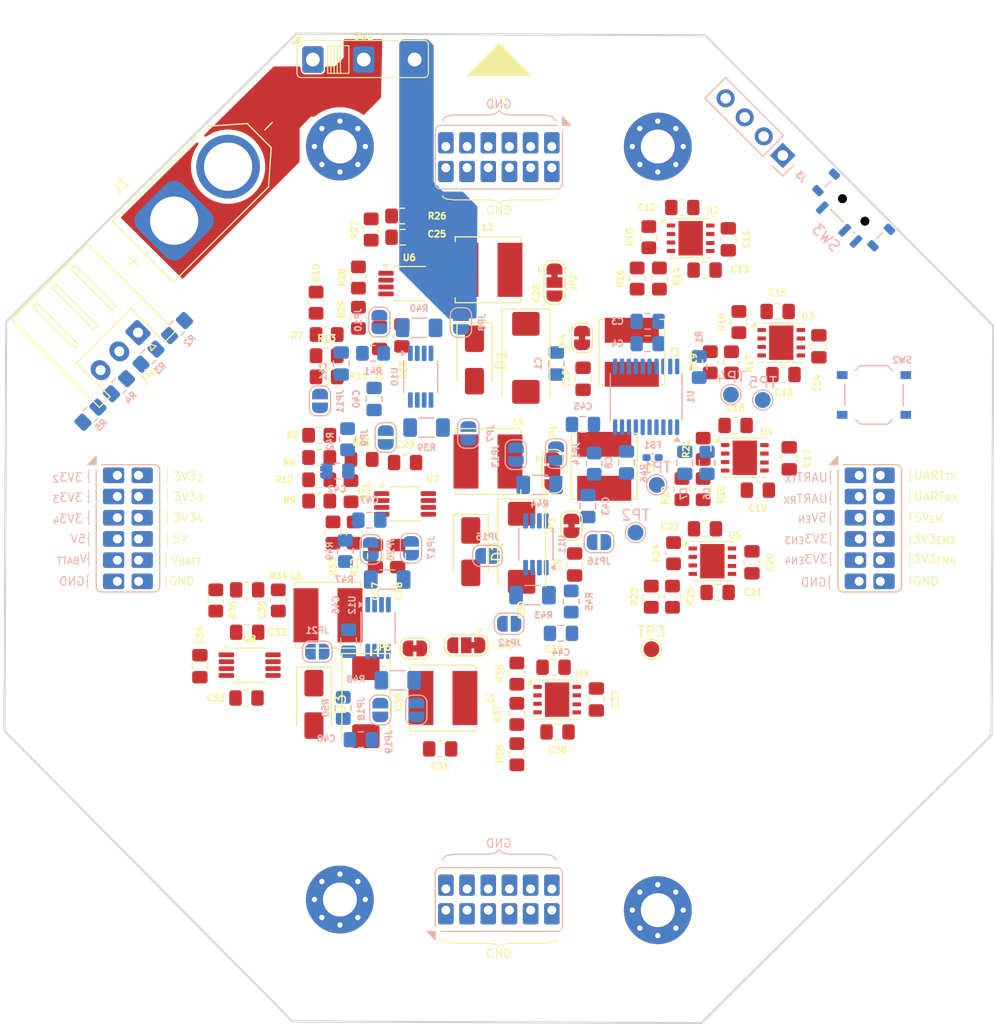
<source format=kicad_pcb>
(kicad_pcb (version 20241229) (generator "pcbnew") (generator_version "9.0")
  (layers (0 "F.Cu" signal) (2 "B.Cu" signal) (13 "F.Paste" user) (15 "B.Paste" user) (5 "F.SilkS" user "F.Silkscreen") (7 "B.SilkS" user "B.Silkscreen") (1 "F.Mask" user) (3 "B.Mask" user) (25 "Edge.Cuts" user))
  (net 0 "")
  (net 1 "NRST")
  (net 2 "GND")
  (net 3 "3V3_{1}")
  (net 4 "VDDA")
  (net 5 "/VoltageReg&Sense-CurrentSense/3V3Outs/LD39200_3V3_1/EN")
  (net 6 "3V3sense_{1}")
  (net 7 "/VoltageReg&Sense-CurrentSense/3V3Outs/3V3_{2}")
  (net 8 "/VoltageReg&Sense-CurrentSense/3V3Outs/LD39200_3V3_3/VIN")
  (net 9 "/VoltageReg&Sense-CurrentSense/3V3Outs/3V3_{3}")
  (net 10 "/VoltageReg&Sense-CurrentSense/3V3Outs/3V3_{4}")
  (net 11 "/VoltageReg&Sense-CurrentSense/3V3Outs/VIN")
  (net 12 "Net-(D1-K)")
  (net 13 "Net-(U6-BOOT)")
  (net 14 "/VoltageReg&Sense-CurrentSense/3V3Outs/TPS5430_BuckConv_3V3_1/VOUT")
  (net 15 "Net-(U7-BOOT)")
  (net 16 "Net-(D2-K)")
  (net 17 "/VoltageReg&Sense-CurrentSense/3V3Outs/TPS5430_BuckConv_3V3_2/VOUT")
  (net 18 "Net-(D3-K)")
  (net 19 "Net-(U8-BOOT)")
  (net 20 "/VoltageReg&Sense-CurrentSense/5VOut/5VBuckReg/V_{OUT}")
  (net 21 "/VoltageReg&Sense-CurrentSense/5VOut/5VLD39200/EN")
  (net 22 "/VoltageReg&Sense-CurrentSense/5VOut/5V_{OUT}")
  (net 23 "Net-(JP11-A)")
  (net 24 "ADC_{0}")
  (net 25 "ADC_{1}")
  (net 26 "Net-(JP16-A)")
  (net 27 "/VoltageReg&Sense-CurrentSense/CurrentMeasurement_2/V_{SENSE1}")
  (net 28 "/VoltageReg&Sense-CurrentSense/CurrentMeasurement_2/V_{SENSE2}")
  (net 29 "Net-(JP21-A)")
  (net 30 "/VoltageReg&Sense-CurrentSense/CurrentMeasurement_3/V_{SENSE1}")
  (net 31 "/VoltageReg&Sense-CurrentSense/CurrentMeasurement_3/V_{SENSE2}")
  (net 32 "+BATT")
  (net 33 "UART2_{Rx}")
  (net 34 "+7.4V")
  (net 35 "3V3EN_{3}")
  (net 36 "5V")
  (net 37 "UART2_{Tx}")
  (net 38 "3V3EN_{4}")
  (net 39 "3V3_{2}")
  (net 40 "3V3_{4}")
  (net 41 "3V3_{3}")
  (net 42 "5VEN")
  (net 43 "SWCLK")
  (net 44 "SWDIO")
  (net 45 "VS")
  (net 46 "VSS")
  (net 47 "Net-(JP7-B)")
  (net 48 "Net-(JP8-B)")
  (net 49 "Net-(JP9-A)")
  (net 50 "Net-(JP10-A)")
  (net 51 "Net-(JP12-B)")
  (net 52 "Net-(JP13-B)")
  (net 53 "Net-(JP14-A)")
  (net 54 "Net-(JP15-A)")
  (net 55 "Net-(JP17-B)")
  (net 56 "Net-(JP18-B)")
  (net 57 "Net-(JP19-A)")
  (net 58 "Net-(JP20-A)")
  (net 59 "BOOT0")
  (net 60 "Net-(R1-Pad1)")
  (net 61 "ADC_{6}")
  (net 62 "ADC_{7}")
  (net 63 "/VoltageReg&Sense-CurrentSense/3V3Outs/TPS5430_BuckConv_3V3_2/EN")
  (net 64 "Net-(R12-Pad2)")
  (net 65 "/VoltageReg&Sense-CurrentSense/3V3Outs/TPS5430_BuckConv_3V3_1/EN")
  (net 66 "Net-(R11-Pad1)")
  (net 67 "Net-(U2-ADJ)")
  (net 68 "Net-(U3-ADJ)")
  (net 69 "Net-(U4-ADJ)")
  (net 70 "Net-(U5-ADJ)")
  (net 71 "Net-(U6-VSENSE)")
  (net 72 "Net-(R27-Pad2)")
  (net 73 "Net-(R28-Pad2)")
  (net 74 "Net-(U7-VSENSE)")
  (net 75 "Net-(R31-Pad2)")
  (net 76 "Net-(R32-Pad2)")
  (net 77 "Net-(U8-VSENSE)")
  (net 78 "Net-(U9-ADJ)")
  (net 79 "Net-(R37-Pad2)")
  (net 80 "Net-(U10-OUT_{1})")
  (net 81 "Net-(U10-OUT_{2})")
  (net 82 "Net-(U11-OUT_{1})")
  (net 83 "Net-(U11-OUT_{2})")
  (net 84 "Net-(U12-OUT_{1})")
  (net 85 "Net-(U12-OUT_{2})")
  (net 87 "ADC_{2}")
  (net 88 "/STM32F103/ADC_IN9")
  (net 89 "ADC_{3}")
  (net 90 "/STM32F103/UART2_Tx")
  (net 91 "ADC_{5}")
  (net 92 "ADC_{4}")
  (net 93 "/STM32F103/UART2_Rx")
  (net 105 "Net-(JP4-A)")
  (net 106 "Net-(JP3-A)")
  (net 107 "Net-(JP6-A)")
  (net 108 "Net-(JP1-A)")
  (net 109 "Net-(JP2-A)")
  (net 110 "Net-(JP5-A)")
  (footprint "CompVuelo:LD39200DPUR" (layer "F.Cu") (at 117.2 67.3)
    (property "Reference" "U2")
    (property "Value" "LD39200DPUR")
  )
  (footprint "Capacitor_SMD:C_0805_2012Metric_Pad1.18x1.45mm_HandSolder" (layer "F.Cu") (at 122.985 97.8075 -90)
    (property "Reference" "C20")
    (property "Value" "10uF")
  )
  (footprint "Resistor_SMD:R_0805_2012Metric_Pad1.20x1.40mm_HandSolder" (layer "F.Cu") (at 85.85 74.75 -90)
    (property "Reference" "R29")
    (property "Value" "330")
  )
  (footprint "Capacitor_SMD:C_0805_2012Metric_Pad1.18x1.45mm_HandSolder" (layer "F.Cu") (at 120.75 67.35 -90)
    (property "Reference" "C11")
    (property "Value" "10uF")
  )
  (footprint "Jumper:SolderJumper-2_P1.3mm_Bridged_RoundedPad1.0x1.5mm" (layer "F.Cu") (at 105.95 94.3625 90)
    (property "Reference" "JP3")
    (property "Value" "Bridged")
  )
  (footprint "Capacitor_SMD:C_0805_2012Metric_Pad1.18x1.45mm_HandSolder" (layer "F.Cu") (at 123.5425 91)
    (property "Reference" "C19")
    (property "Value" "470nF")
  )
  (footprint "Resistor_SMD:R_0805_2012Metric_Pad1.20x1.40mm_HandSolder" (layer "F.Cu") (at 85.45 95 -90)
    (property "Reference" "R32")
    (property "Value" "330")
  )
  (footprint "Capacitor_SMD:C_0805_2012Metric_Pad1.18x1.45mm_HandSolder" (layer "F.Cu") (at 106.25 98.0125 -90)
    (property "Reference" "C9")
    (property "Value" "560nF")
  )
  (footprint "Resistor_SMD:R_0805_2012Metric_Pad1.20x1.40mm_HandSolder" (layer "F.Cu") (at 100.8 108.3 -90)
    (property "Reference" "R36")
    (property "Value" "330K")
  )
  (footprint "Capacitor_SMD:C_0805_2012Metric_Pad1.18x1.45mm_HandSolder" (layer "F.Cu") (at 89.55 97.225 -90)
    (property "Reference" "C28")
    (property "Value" "47uF")
  )
  (footprint "Capacitor_SMD:C_0805_2012Metric_Pad1.18x1.45mm_HandSolder" (layer "F.Cu") (at 75.35 100.4)
    (property "Reference" "C35")
    (property "Value" "10nF")
  )
  (footprint "Resistor_SMD:R_0805_2012Metric_Pad1.20x1.40mm_HandSolder" (layer "F.Cu") (at 82.15 85.825 180)
    (property "Reference" "R8")
    (property "Value" "330K")
  )
  (footprint "Inductor_SMD:L_Bourns_SRN6045TA" (layer "F.Cu") (at 109.05 88.75 -90)
    (property "Reference" "L1")
    (property "Value" "4.7uH")
  )
  (footprint "Resistor_SMD:R_0805_2012Metric_Pad1.20x1.40mm_HandSolder" (layer "F.Cu") (at 85.85 70.95 -90)
    (property "Reference" "R28")
    (property "Value" "330")
  )
  (footprint "Jumper:SolderJumper-3_P1.3mm_Bridged12_RoundedPad1.0x1.5mm" (layer "F.Cu") (at 104.15 89.225 -90)
    (property "Reference" "JP1")
    (property "Value" "Bridged12")
  )
  (footprint "Jumper:SolderJumper-2_P1.3mm_Bridged_RoundedPad1.0x1.5mm" (layer "F.Cu") (at 106.95 76.65 90)
    (property "Reference" "JP4")
    (property "Value" "Bridged")
  )
  (footprint "Resistor_SMD:R_0805_2012Metric_Pad1.20x1.40mm_HandSolder" (layer "F.Cu") (at 83.45 95 90)
    (property "Reference" "R33")
    (property "Value" "330")
  )
  (footprint "Inductor_SMD:L_Bourns_SRN6045TA" (layer "F.Cu") (at 82.975 102.8)
    (property "Reference" "L6")
    (property "Value" "10uH")
  )
  (footprint "Inductor_SMD:L_Bourns_SRN6045TA" (layer "F.Cu") (at 93.825 110.6 180)
    (property "Reference" "L5")
    (property "Value" "4.7uH")
  )
  (footprint "TestPoint:TestPoint_Pad_D1.5mm" (layer "F.Cu") (at 113.5 106)
    (property "Reference" "TP3")
    (property "Value" "TestPoint")
  )
  (footprint "CompVuelo:SWSPDT" (layer "F.Cu") (at 86.35 50.4)
    (property "Reference" "SW1")
    (property "Value" "SW_SPDT")
  )
  (footprint "Capacitor_SMD:C_0805_2012Metric_Pad1.18x1.45mm_HandSolder" (layer "F.Cu") (at 87.85 76.65 -90)
    (property "Reference" "C24")
    (property "Value" "47uF")
  )
  (footprint "Capacitor_Tantalum_SMD:CP_EIA-7343-31_Kemet-D_HandSolder" (layer "F.Cu") (at 101.25 96.4375 -90)
    (property "Reference" "C30")
    (property "Value" "470uF")
  )
  (footprint "CompVuelo:GeneralConn" (layer "F.Cu") (at 99.1 94.6)
    (property "Reference" "J2")
    (property "Value" "NebulaConnector")
    (fp_line (start -46.65 19.1) (end -46.491539 -19.480598) (stroke (width 0.2)) (layer "Edge.Cuts"))
    (fp_line (start -46.491539 -19.480598) (end -19.098856 -46.649152) (stroke (width 0.2)) (layer "Edge.Cuts"))
    (fp_line (start -19.481416 46.492651) (end -46.65 19.1) (stroke (width 0.2)) (layer "Edge.Cuts"))
    (fp_line (start -19.098856 -46.649152) (end 19.481786 -46.49069) (stroke (width 0.2)) (layer "Edge.Cuts"))
    (fp_line (start 19.099228 46.651112) (end -19.481416 46.492651) (stroke (width 0.2)) (layer "Edge.Cuts"))
    (fp_line (start 19.481786 -46.49069) (end 46.650372 -19.098039) (stroke (width 0.2)) (layer "Edge.Cuts"))
    (fp_line (start 46.49191 19.482559) (end 19.099228 46.651112) (stroke (width 0.2)) (layer "Edge.Cuts"))
    (fp_line (start 46.650372 -19.098039) (end 46.49191 19.482559) (stroke (width 0.2)) (layer "Edge.Cuts"))
  )
  (footprint "Capacitor_SMD:C_0805_2012Metric_Pad1.18x1.45mm_HandSolder" (layer "F.Cu") (at 70.8875 107.6 90)
    (property "Reference" "C34")
    (property "Value" "47uF")
  )
  (footprint "Capacitor_SMD:C_0805_2012Metric_Pad1.18x1.45mm_HandSolder" (layer "F.Cu") (at 121.4425 84.9)
    (property "Reference" "C18")
    (property "Value" "10uF")
  )
  (footprint "Inductor_SMD:L_Bourns_SRN6045TA" (layer "F.Cu") (at 98.075 88.3)
    (property "Reference" "L4")
    (property "Value" "10uH")
  )
  (footprint "Jumper:SolderJumper-2_P1.3mm_Bridged_RoundedPad1.0x1.5mm" (layer "F.Cu") (at 91.175 105.925)
    (property "Reference" "JP6")
    (property "Value" "Bridged")
  )
  (footprint "Resistor_SMD:R_0805_2012Metric_Pad1.20x1.40mm_HandSolder" (layer "F.Cu") (at 82.15 90.025)
    (property "Reference" "R12")
    (property "Value" "15K")
  )
  (footprint "Resistor_SMD:R_0805_2012Metric_Pad1.20x1.40mm_HandSolder" (layer "F.Cu") (at 82.15 92.025 180)
    (property "Reference" "R9")
    (property "Value" "680K")
  )
  (footprint "CompVuelo:Texas_S-PDSO-G8_3x3mm_P0.65mm" (layer "F.Cu") (at 90.65 71.525)
    (property "Reference" "U6")
    (property "Value" "TPS5430DDA")
  )
  (footprint "Capacitor_SMD:C_0805_2012Metric_Pad1.18x1.45mm_HandSolder" (layer "F.Cu") (at 89.95 76.4125 -90)
    (property "Reference" "C23")
    (property "Value" "47uF")
  )
  (footprint "Resistor_SMD:R_0805_2012Metric_Pad1.20x1.40mm_HandSolder" (layer "F.Cu") (at 115.585 96.945 90)
    (property "Reference" "R24")
    (property "Value" "100K")
  )
  (footprint "Resistor_SMD:R_0805_2012Metric_Pad1.20x1.40mm_HandSolder" (layer "F.Cu") (at 115.485 101.045 -90)
    (property "Reference" "R25")
    (property "Value" "39K")
  )
  (footprint "Capacitor_SMD:C_0805_2012Metric_Pad1.18x1.45mm_HandSolder" (layer "F.Cu") (at 118.5125 70.25)
    (property "Reference" "C13")
    (property "Value" "470nF")
  )
  (footprint "Resistor_SMD:R_0805_2012Metric_Pad1.20x1.40mm_HandSolder" (layer "F.Cu") (at 121.05 78.95 -90)
    (property "Reference" "R17")
    (property "Value" "33K")
  )
  (footprint "Capacitor_SMD:C_0805_2012Metric_Pad1.18x1.45mm_HandSolder" (layer "F.Cu") (at 87.45 97.225 -90)
    (property "Reference" "C27")
    (property "Value" "47uF")
  )
  (footprint "Resistor_SMD:R_0805_2012Metric_Pad1.20x1.40mm_HandSolder" (layer "F.Cu") (at 82.85 76.325)
    (property "Reference" "R7")
    (property "Value" "15K")
  )
  (footprint "Capacitor_SMD:C_0805_2012Metric_Pad1.18x1.45mm_HandSolder" (layer "F.Cu") (at 90.0125 67.15)
    (property "Reference" "C25")
    (property "Value" "10nF")
  )
  (footprint "Connector_JST:JST_XH_S3B-XH-A_1x03_P2.50mm_Horizontal" (layer "F.Cu") (at 65.05 76.15 -135)
    (property "Reference" "J4")
    (property "Value" "Conn_01x03")
  )
  (footprint "Resistor_SMD:R_0805_2012Metric_Pad1.20x1.40mm_HandSolder" (layer "F.Cu") (at 113.25 67.15 -90)
    (property "Reference" "R15")
    (property "Value" "100K")
  )
  (footprint "CompVuelo:LD39200DPUR" (layer "F.Cu") (at 125.75 77.15)
    (property "Reference" "U3")
    (property "Value" "LD39200DPUR")
  )
  (footprint "Resistor_SMD:R_0805_2012Metric_Pad1.20x1.40mm_HandSolder" (layer "F.Cu") (at 100.8 115.9 -90)
    (property "Reference" "R38")
    (property "Value" "680")
  )
  (footprint "Resistor_SMD:R_0805_2012Metric_Pad1.20x1.40mm_HandSolder" (layer "F.Cu") (at 82.15 87.925)
    (property "Reference" "R6")
    (property "Value" "15K")
  )
  (footprint "Resistor_SMD:R_0805_2012Metric_Pad1.20x1.40mm_HandSolder" (layer "F.Cu") (at 78.2875 101.4 -90)
    (property "Reference" "R34")
    (property "Value" "10K")
  )
  (footprint "Capacitor_Tantalum_SMD:CP_EIA-7343-31_Kemet-D_HandSolder" (layer "F.Cu") (at 101.65 78.525 -90)
    (property "Reference" "C26")
    (property "Value" "470uF")
  )
  (footprint "Resistor_SMD:R_0805_2012Metric_Pad1.20x1.40mm_HandSolder" (layer "F.Cu") (at 118.38 87.1 -90)
    (property "Reference" "R21")
    (property "Value" "100K")
  )
  (footprint "Capacitor_SMD:C_0805_2012Metric_Pad1.18x1.45mm_HandSolder" (layer "F.Cu") (at 104.2625 107.7)
    (property "Reference" "C39")
    (property "Value" "470nF")
  )
  (footprint "Diode_SMD:D_SMA" (layer "F.Cu") (at 81.65 111.2 -90)
    (property "Reference" "D3")
    (property "Value" "550mV")
  )
  (footprint "Capacitor_SMD:C_0805_2012Metric_Pad1.18x1.45mm_HandSolder" (layer "F.Cu") (at 90.25 88.4)
    (property "Reference" "C29")
    (property "Value" "10nF")
  )
  (footprint "Resistor_SMD:R_0805_2012Metric_Pad1.20x1.40mm_HandSolder" (layer "F.Cu") (at 87.05 66.425 -90)
    (property "Reference" "R27")
    (property "Value" "4K7")
  )
  (footprint "Capacitor_SMD:C_0805_2012Metric_Pad1.18x1.45mm_HandSolder" (layer "F.Cu") (at 75.2875 110.6)
    (property "Reference" "C33")
    (property "Value" "47uF")
  )
  (footprint "Resistor_SMD:R_0805_2012Metric_Pad1.20x1.40mm_HandSolder" (layer "F.Cu") (at 85.15 91.1 -90)
    (property "Reference" "R31")
    (property "Value" "4K7")
  )
  (footprint "Capacitor_SMD:C_0805_2012Metric_Pad1.18x1.45mm_HandSolder" (layer "F.Cu") (at 129.3 77.4375 -90)
    (property "Reference" "C14")
    (property "Value" "10uF")
  )
  (footprint "CompVuelo:LD39200DPUR" (layer "F.Cu") (at 119.25 97.75)
    (property "Reference" "U5")
    (property "Value" "LD39200DPUR")
  )
  (footprint "Capacitor_SMD:C_0805_2012Metric_Pad1.18x1.45mm_HandSolder" (layer "F.Cu") (at 108.3 110.7375 -90)
    (property "Reference" "C37")
    (property "Value" "10uF")
  )
  (footprint "Capacitor_SMD:C_0805_2012Metric_Pad1.18x1.45mm_HandSolder" (layer "F.Cu") (at 125.4125 74.15)
    (property "Reference" "C15")
    (property "Value" "10uF")
  )
  (footprint "Resistor_SMD:R_0805_2012Metric_Pad1.20x1.40mm_HandSolder" (layer "F.Cu") (at 81.85 73.325 90)
    (property "Reference" "R10")
    (property "Value" "330K")
  )
  (footprint "Capacitor_SMD:C_0805_2012Metric_Pad1.18x1.45mm_HandSolder" (layer "F.Cu") (at 125.9625 80.1)
    (property "Reference" "C16")
    (property "Value" "470nF")
  )
  (footprint "Capacitor_SMD:C_0805_2012Metric_Pad1.18x1.45mm_HandSolder" (layer "F.Cu") (at 118.5475 94.645)
    (property "Reference" "C22")
    (property "Value" "470nF")
  )
  (footprint "Capacitor_SMD:C_0805_2012Metric_Pad1.18x1.45mm_HandSolder" (layer "F.Cu") (at 126.5 88 -90)
    (property "Reference" "C17")
    (property "Value" "10uF")
  )
  (footprint "Diode_SMD:D_SMA" (layer "F.Cu") (at 96.45 96.8 -90)
    (property "Reference" "D2")
    (property "Value" "450mV")
  )
  (footprint "Capacitor_SMD:C_0805_2012Metric_Pad1.18x1.45mm_HandSolder" (layer "F.Cu") (at 75.35 104.4 180)
    (property "Reference" "C32")
    (property "Value" "47uF")
  )
  (footprint "CompVuelo:AMASS_XT60-M" (layer "F.Cu") (at 71.004416 63.045584 45)
    (property "Reference" "J1")
    (property "Value" "XT60-M")
  )
  (footprint "Resistor_SMD:R_0805_2012Metric_Pad1.20x1.40mm_HandSolder" (layer "F.Cu") (at 113.485 101.045 -90)
    (property "Reference" "R23")
    (property "Value" "33K")
  )
  (footprint "Diode_SMD:D_SMA" (layer "F.Cu") (at 96.8 78.725 -90)
    (property "Reference" "D1")
    (property "Value" "450mV")
  )
  (footprint "Capacitor_SMD:C_0805_2012Metric_Pad1.18x1.45mm_HandSolder" (layer "F.Cu") (at 107.05 80.5 -90)
    (property "Reference" "C10")
    (property "Value" "560nF")
  )
  (footprint "Resistor_SMD:R_0805_2012Metric_Pad1.20x1.40mm_HandSolder" (layer "F.Cu") (at 89.97929 65.152587 180)
    (property "Reference" "R26")
    (property "Value" "10K")
  )
  (footprint "Jumper:SolderJumper-3_P1.3mm_Bridged12_RoundedPad1.0x1.5mm" (layer "F.Cu") (at 96.025 105.625 180)
    (property "Reference" "JP5")
    (property "Value" "Bridged12")
  )
  (footprint "Capacitor_SMD:C_0805_2012Metric_Pad1.18x1.45mm_HandSolder" (layer "F.Cu") (at 119.7475 100.645)
    (property "Reference" "C21")
    (property "Value" "10uF")
  )
  (footprint "Resistor_SMD:R_0805_2012Metric_Pad1.20x1.40mm_HandSolder" (layer "F.Cu") (at 116.38 90.9 -90)
    (property "Reference" "R22")
    (property "Value" "39K")
  )
  (footprint "Resistor_SMD:R_0805_2012Metric_Pad1.20x1.40mm_HandSolder" (layer "F.Cu") (at 119.05 78.95 -90)
    (property "Reference" "R19")
    (property "Value" "39K")
  )
  (footprint "Resistor_SMD:R_0805_2012Metric_Pad1.20x1.40mm_HandSolder" (layer "F.Cu") (at 82.85 80.325)
    (property "Reference" "R11")
    (property "Value" "680K")
  )
  (footprint "CompVuelo:Texas_S-PDSO-G8_3x3mm_P0.65mm" (layer "F.Cu") (at 90.25 92.3)
    (property "Reference" "U7")
    (property "Value" "TPS5430DDA")
  )
  (footprint "Inductor_SMD:L_Bourns_SRN6045TA" (layer "F.Cu") (at 98.075 70.225)
    (property "Reference" "L3")
    (property "Value" "10uH")
  )
  (footprint "CompVuelo:Texas_S-PDSO-G8_3x3mm_P0.65mm" (layer "F.Cu") (at 75.5875 107.5)
    (property "Reference" "U8")
    (property "Value" "TPS5430DDA")
  )
  (footprint "Jumper:SolderJumper-3_P1.3mm_Bridged12_RoundedPad1.0x1.5mm" (layer "F.Cu") (at 104.35 71.425 -90)
    (property "Reference" "JP2")
    (property "Value" "Bridged12")
  )
  (footprint "Capacitor_Tantalum_SMD:CP_EIA-7343-31_Kemet-D_HandSolder" (layer "F.Cu") (at 86.55 110.9925 -90)
    (property "Reference" "C36")
    (property "Value" "330uF")
  )
  (footprint "Resistor_SMD:R_0805_2012Metric_Pad1.20x1.40mm_HandSolder" (layer "F.Cu") (at 121.75 75.15 -90)
    (property "Reference" "R18")
    (property "Value" "100K")
  )
  (footprint "CompVuelo:LD39200DPUR" (layer "F.Cu") (at 122.3125 88)
    (property "Reference" "U4")
    (property "Value" "LD39200DPUR")
  )
  (footprint "Resistor_SMD:R_0805_2012Metric_Pad1.20x1.40mm_HandSolder" (layer "F.Cu") (at 112.15 71.05 -90)
    (property "Reference" "R16")
    (property "Value" "39K")
  )
  (footprint "Capacitor_SMD:C_0805_2012Metric_Pad1.18x1.45mm_HandSolder" (layer "F.Cu") (at 116.4125 64.35)
    (property "Reference" "C12")
    (property "Value" "10uF")
  )
  (footprint "Resistor_SMD:R_0805_2012Metric_Pad1.20x1.40mm_HandSolder" (layer "F.Cu") (at 118.38 90.9 -90)
    (property "Reference" "R20")
    (property "Value" "33K")
  )
  (footprint "Resistor_SMD:R_0805_2012Metric_Pad1.20x1.40mm_HandSolder" (layer "F.Cu") (at 72.3875 101.4 90)
    (property "Reference" "R35")
    (property "Value" "3K")
  )
  (footprint "Resistor_SMD:R_0805_2012Metric_Pad1.20x1.40mm_HandSolder" (layer "F.Cu") (at 86.15 88.1 180)
    (property "Reference" "R30")
    (property "Value" "10K")
  )
  (footprint "Resistor_SMD:R_0805_2012Metric_Pad1.20x1.40mm_HandSolder" (layer "F.Cu") (at 82.85 78.325)
    (property "Reference" "R13")
    (property "Value" "15K")
  )
  (footprint "Resistor_SMD:R_0805_2012Metric_Pad1.20x1.40mm_HandSolder" (layer "F.Cu") (at 114.25 71.05 -90)
    (property "Reference" "R14")
    (property "Value" "33K")
  )
  (footprint "CompVuelo:LD39200DPUR" (layer "F.Cu") (at 104.6 110.8)
    (property "Reference" "U9")
    (property "Value" "LD39200DPUR")
  )
  (footprint "Capacitor_SMD:C_0805_2012Metric_Pad1.18x1.45mm_HandSolder" (layer "F.Cu") (at 104.6375 113.8 180)
    (property "Reference" "C38")
    (property "Value" "10uF")
  )
  (footprint "Resistor_SMD:R_0805_2012Metric_Pad1.20x1.40mm_HandSolder" (layer "F.Cu") (at 100.8 112.1 -90)
    (property "Reference" "R37")
    (property "Value" "36K")
  )
  (footprint "Capacitor_SMD:C_0805_2012Metric_Pad1.18x1.45mm_HandSolder" (layer "F.Cu") (at 93.5625 115.4 180)
    (property "Reference" "C31")
    (property "Value" "560nF")
  )
  (footprint "Inductor_SMD:L_Bourns_SRN6045TA" (layer "F.Cu") (at 111.65 78 -90)
    (property "Reference" "L2")
    (property "Value" "4.7uH")
  )
  (footprint "Jumper:SolderJumper-2_P1.3mm_Open_RoundedPad1.0x1.5mm" (layer "B.Cu") (at 104.5 87.55 90)
    (property "Reference" "JP14")
    (property "Value" "SolderJumper_2_Open")
  )
  (footprint "Resistor_SMD:R_1206_3216Metric_Pad1.30x1.75mm_HandSolder" (layer "B.Cu") (at 91.575 75.7 180)
    (property "Reference" "R40")
    (property "Value" "0.007")
  )
  (footprint "Jumper:SolderJumper-2_P1.3mm_Open_RoundedPad1.0x1.5mm" (layer "B.Cu") (at 87.015 96.58 90)
    (property "Reference" "JP20")
    (property "Value" "SolderJumper_2_Open")
  )
  (footprint "Capacitor_SMD:C_0805_2012Metric_Pad1.18x1.45mm_HandSolder" (layer "B.Cu") (at 86.8775 93.83)
    (property "Reference" "C47")
    (property "Value" "15nF")
  )
  (footprint "Capacitor_SMD:C_0805_2012Metric_Pad1.18x1.45mm_HandSolder" (layer "B.Cu") (at 113.1375 75.0875 180)
    (property "Reference" "C3")
    (property "Value" "10uF")
  )
  (footprint "Jumper:SolderJumper-2_P1.3mm_Open_RoundedPad1.0x1.5mm" (layer "B.Cu") (at 81.965 106.23 180)
    (property "Reference" "JP21")
    (property "Value" "SJ_Op")
  )
  (footprint "Button_Switch_SMD:SW_Push_1P1T_XKB_TS-1187A" (layer "B.Cu") (at 134.5 82.025 180)
    (property "Reference" "SW2")
    (property "Value" "RESET")
  )
  (footprint "Resistor_SMD:R_0805_2012Metric_Pad1.20x1.40mm_HandSolder" (layer "B.Cu") (at 84.415 111.53 -90)
    (property "Reference" "R50")
    (property "Value" "100")
  )
  (footprint "Resistor_SMD:R_0805_2012Metric_Pad1.20x1.40mm_HandSolder" (layer "B.Cu") (at 63.253554 81.196446 -135)
    (property "Reference" "R4")
    (property "Value" "470k")
  )
  (footprint "CompVuelo:Texas_S-PDSO-G8_3x3mm_P0.65mm" (layer "B.Cu") (at 102.6 96.1 90)
    (property "Reference" "U11")
    (property "Value" "INA2180A2")
  )
  (footprint "Resistor_SMD:R_0805_2012Metric_Pad1.20x1.40mm_HandSolder" (layer "B.Cu") (at 84.615 96.73 90)
    (property "Reference" "R49")
    (property "Value" "100")
  )
  (footprint "Capacitor_SMD:C_0805_2012Metric_Pad1.18x1.45mm_HandSolder" (layer "B.Cu") (at 87.325 82.4 -90)
    (property "Reference" "C40")
    (property "Value" "0.1uF")
  )
  (footprint "TestPoint:TestPoint_Pad_D1.5mm" (layer "B.Cu") (at 124 82.5 180)
    (property "Reference" "TP5")
    (property "Value" "TestPoint")
  )
  (footprint "Jumper:SolderJumper-2_P1.3mm_Open_RoundedPad1.0x1.5mm" (layer "B.Cu") (at 87.915 111.73 -90)
    (property "Reference" "JP18")
    (property "Value" "SolderJumper_2_Open")
  )
  (footprint "Jumper:SolderJumper-2_P1.3mm_Open_RoundedPad1.0x1.5mm" (layer "B.Cu") (at 96.225 85.65 90)
    (property "Reference" "JP7")
    (property "Value" "SolderJumper_2_Open")
  )
  (footprint "Capacitor_SMD:C_0805_2012Metric_Pad1.18x1.45mm_HandSolder" (layer "B.Cu") (at 84.225 79.0625 -90)
    (property "Reference" "C41")
    (property "Value" "15nF")
  )
  (footprint "Capacitor_SMD:C_0805_2012Metric_Pad1.18x1.45mm_HandSolder" (layer "B.Cu") (at 83.8625 89.2 180)
    (property "Reference" "C42")
    (property "Value" "15nF")
  )
  (footprint "Capacitor_SMD:C_0805_2012Metric_Pad1.18x1.45mm_HandSolder" (layer "B.Cu") (at 86.0775 114.53)
    (property "Reference" "C48")
    (property "Value" "15nF")
  )
  (footprint "Jumper:SolderJumper-2_P1.3mm_Open_RoundedPad1.0x1.5mm" (layer "B.Cu") (at 82.225 82.5875 -90)
    (property "Reference" "JP11")
    (property "Value" "SJ_Op")
  )
  (footprint "Resistor_SMD:R_1206_3216Metric_Pad1.30x1.75mm_HandSolder" (layer "B.Cu") (at 102.275 100.9)
    (property "Reference" "R43")
    (property "Value" "0.020")
  )
  (footprint "Jumper:SolderJumper-2_P1.3mm_Open_RoundedPad1.0x1.5mm" (layer "B.Cu") (at 100.075 103.6)
    (property "Reference" "JP12")
    (property "Value" "SolderJumper_2_Open")
  )
  (footprint "Capacitor_SMD:C_0805_2012Metric_Pad1.18x1.45mm_HandSolder" (layer "B.Cu") (at 111.145 88.3875 -90)
    (property "Reference" "C8")
    (property "Value" "1uF")
  )
  (footprint "Capacitor_SMD:C_0805_2012Metric_Pad1.18x1.45mm_HandSolder" (layer "B.Cu") (at 116.645 88.425 -90)
    (property "Reference" "C7")
    (property "Value" "1uF")
  )
  (footprint "Resistor_SMD:R_0805_2012Metric_Pad1.20x1.40mm_HandSolder" (layer "B.Cu") (at 66.03934 78.41066 -135)
    (property "Reference" "R3")
    (property "Value" "910k")
  )
  (footprint "Resistor_SMD:R_1206_3216Metric_Pad1.30x1.75mm_HandSolder" (layer "B.Cu") (at 88.565 99.43 180)
    (property "Reference" "R47")
    (property "Value" "0.020")
  )
  (footprint "CompVuelo:Texas_S-PDSO-G8_3x3mm_P0.65mm" (layer "B.Cu") (at 87.7 104 -90)
    (property "Reference" "U12")
    (property "Value" "INA2180A2")
  )
  (footprint "Resistor_SMD:R_0805_2012Metric_Pad1.20x1.40mm_HandSolder" (layer "B.Cu") (at 87.225 78.1 180)
    (property "Reference" "R41")
    (property "Value" "100")
  )
  (footprint "Resistor_SMD:R_1206_3216Metric_Pad1.30x1.75mm_HandSolder" (layer "B.Cu") (at 89.565 108.93 180)
    (property "Reference" "R48")
    (property "Value" "0.020")
  )
  (footprint "CompVuelo:Texas_S-PDSO-G8_3x3mm_P0.65mm" (layer "B.Cu") (at 91.725 80.3 -90)
    (property "Reference" "U10")
    (property "Value" "INA2180A2")
  )
  (footprint "Capacitor_SMD:C_0805_2012Metric_Pad1.18x1.45mm_HandSolder" (layer "B.Cu") (at 104.525 79.0625 90)
    (property "Reference" "C1")
    (property "Value" "100nF")
  )
  (footprint "Button_Switch_SMD:SW_SPDT_Shouhan_MSK12C02" (layer "B.Cu") (at 132.587868 64.580152 -45)
    (property "Reference" "SW3")
    (property "Value" "SW_SPDT")
  )
  (footprint "Capacitor_SMD:C_0805_2012Metric_Pad1.18x1.45mm_HandSolder" (layer "B.Cu") (at 104.9625 104.5 180)
    (property "Reference" "C44")
    (property "Value" "15nF")
  )
  (footprint "Capacitor_SMD:C_0805_2012Metric_Pad1.18x1.45mm_HandSolder" (layer "B.Cu") (at 107.0375 84.8 180)
    (property "Reference" "C45")
    (property "Value" "15nF")
  )
  (footprint "Capacitor_SMD:C_0805_2012Metric_Pad1.18x1.45mm_HandSolder" (layer "B.Cu") (at 118.745 88.425 -90)
    (property "Reference" "C6")
    (property "Value" "10uF")
  )
  (footprint "Capacitor_SMD:C_0805_2012Metric_Pad1.18x1.45mm_HandSolder" (layer "B.Cu") (at 84.915 105.1925 90)
    (property "Reference" "C46")
    (property "Value" "0.1uF")
  )
  (footprint "Jumper:SolderJumper-2_P1.3mm_Open_RoundedPad1.0x1.5mm" (layer "B.Cu") (at 108.55 95.9)
    (property "Reference" "JP16")
    (property "Value" "SJ_Op")
  )
  (footprint "Resistor_SMD:R_0805_2012Metric_Pad1.20x1.40mm_HandSolder" (layer "B.Cu") (at 68.732233 75.717767 -135)
    (property "Reference" "R2")
    (property "Value" "470k")
  )
  (footprint "Connector_PinHeader_2.54mm:PinHeader_1x04_P2.54mm_Vertical" (layer "B.Cu") (at 125.892102 59.442102 45)
    (property "Reference" "J3")
    (property "Value" "Conn_01x04")
  )
  (footprint "Resistor_SMD:R_1206_3216Metric_Pad1.30x1.75mm_HandSolder" (layer "B.Cu") (at 92.275 85.1 180)
    (property "Reference" "R39")
    (property "Value" "0.020")
  )
  (footprint "TestPoint:TestPoint_Pad_D1.5mm" (layer "B.Cu") (at 112 95 180)
    (property "Reference" "TP2")
    (property "Value" "TestPoint")
  )
  (footprint "Resistor_SMD:R_0805_2012Metric_Pad1.20x1.40mm_HandSolder" (layer "B.Cu") (at 105.925 101.5 -90)
    (property "Reference" "R45")
    (property "Value" "100")
  )
  (footprint "TestPoint:TestPoint_Pad_D1.5mm" (layer "B.Cu") (at 114 90.5 180)
    (property "Reference" "TP1")
    (property "Value" "TestPoint")
  )
  (footprint "Jumper:SolderJumper-2_P1.3mm_Open_RoundedPad1.0x1.5mm" (layer "B.Cu") (at 95.525 75.2 -90)
    (property "Reference" "JP8")
    (property "Value" "SolderJumper_2_Open")
  )
  (footprint "Resistor_SMD:R_0805_2012Metric_Pad1.20x1.40mm_HandSolder" (layer "B.Cu") (at 60.560661 83.889339 -135)
    (property "Reference" "R5")
    (property "Value" "910k")
  )
  (footprint "Resistor_SMD:R_0805_2012Metric_Pad1.20x1.40mm_HandSolder" (layer "B.Cu") (at 84.825 86.2 -90)
    (property "Reference" "R42")
    (property "Value" "100")
  )
  (footprint "Resistor_SMD:R_0805_2012Metric_Pad1.20x1.40mm_HandSolder" (layer "B.Cu") (at 118 79.3875 -90)
    (property "Reference" "R1")
    (property "Value" "10K")
  )
  (footprint "Jumper:SolderJumper-2_P1.3mm_Open_RoundedPad1.0x1.5mm" (layer "B.Cu") (at 91.315 111.73 -90)
    (property "Reference" "JP19")
    (property "Value" "SolderJumper_2_Open")
  )
  (footprint "Capacitor_SMD:C_0805_2012Metric_Pad1.18x1.45mm_HandSolder" (layer "B.Cu") (at 113.1375 77.1875 180)
    (property "Reference" "C4")
    (property "Value" "100nF")
  )
  (footprint "Jumper:SolderJumper-2_P1.3mm_Open_RoundedPad1.0x1.5mm" (layer "B.Cu") (at 100.7 87.65 -90)
    (property "Reference" "JP13")
    (property "Value" "SolderJumper_2_Open")
  )
  (footprint "Package_SO:TSSOP-20_4.4x6.5mm_P0.65mm" (layer "B.Cu") (at 113 82.2 90)
    (property "Reference" "U1")
    (property "Value" "STM32L031F6Px")
  )
  (footprint "Jumper:SolderJumper-2_P1.3mm_Open_RoundedPad1.0x1.5mm" (layer "B.Cu") (at 87.825 75.15 90)
    (property "Reference" "JP10")
    (property "Value" "SolderJumper_2_Open")
  )
  (footprint "Jumper:SolderJumper-2_P1.3mm_Open_RoundedPad1.0x1.5mm" (layer "B.Cu") (at 90.815 96.48 -90)
    (property "Reference" "JP17")
    (property "Value" "SolderJumper_2_Open")
  )
  (footprint "Jumper:SolderJumper-2_P1.3mm_Open_RoundedPad1.0x1.5mm" (layer "B.Cu") (at 88.425 86.0375 -90)
    (property "Reference" "JP9")
    (property "Value" "SolderJumper_2_Open" (hide yes))
  )
  (footprint "Inductor_SMD:L_0402_1005Metric_Pad0.77x0.64mm_HandSolder" (layer "B.Cu") (at 113.6125 87.925 180)
    (property "Reference" "FB1")
    (property "Value" "10R@100MHz")
  )
  (footprint "Capacitor_SMD:C_0805_2012Metric_Pad1.18x1.45mm_HandSolder" (layer "B.Cu") (at 107.5 92.5 90)
    (property "Reference" "C43")
    (property "Value" "0.1uF")
  )
  (footprint "Resistor_SMD:R_1206_3216Metric_Pad1.30x1.75mm_HandSolder" (layer "B.Cu") (at 102.95 90.5)
    (property "Reference" "R44")
    (property "Value" "0.020")
  )
  (footprint "Resistor_SMD:R_0805_2012Metric_Pad1.20x1.40mm_HandSolder" (layer "B.Cu") (at 108.1 88.5 90)
    (property "Reference" "R46")
    (property "Value" "100")
  )
  (footprint "Jumper:SolderJumper-2_P1.3mm_Open_RoundedPad1.0x1.5mm" (layer "B.Cu") (at 98.025 97.2 180)
    (property "Reference" "JP15")
    (property "Value" "SolderJumper_2_Open")
  )
  (footprint "TestPoint:TestPoint_Pad_D1.5mm" (layer "B.Cu") (at 121 82 180)
    (property "Reference" "TP4")
    (property "Value" "TestPoint")
  )
  (zone (net 32) (net_name "+BATT") (layer "F.Cu") (name "batt") (connect_pads yes (clearance 0.5)) (min_thickness 0.25) (fill yes (thermal_gap 0.5) (thermal_bridge_width 0.5))
    (polygon (pts (xy 63.4 65.3) (xy 69.25 71.1) (xy 80.3 60.05) (xy 80.3 56.8625) (xy 81.362296 55.779171) (xy 86.303075 55.682293) (xy 87.984588 54.003121) (xy 88.1 48.507812) (xy 87.342188 47.75) (xy 85.06875 47.75) (xy 84.45 48.36875) (xy 84.45 50.225) (xy 83.625 51.05) (xy 77.85 51.05)))
  )
  (zone (net 34) (net_name "+7.4V") (layer "B.Cu") (name "batt") (priority 1) (connect_pads yes (clearance 0.5)) (min_thickness 0.25) (fill yes (thermal_gap 0.5) (thermal_bridge_width 0.5))
    (polygon (pts (xy 90.309375 48.25) (xy 89.7 48.859375) (xy 89.7 61.773738) (xy 89.7 70.217876) (xy 94.331816 74.826358) (xy 96.994238 74.812911) (xy 97.079468 64.246641) (xy 95.695778 62.852679) (xy 93.856342 62.85391) (xy 92.95 61.940856) (xy 92.95 49.0625) (xy 92.1375 48.25)))
  )
)
</source>
